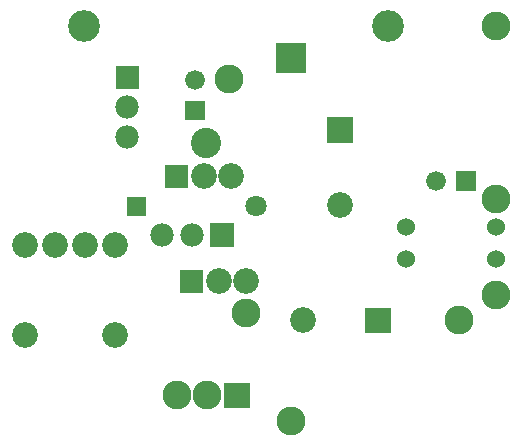
<source format=gts>
G04 start of page 11 for group -4063 idx -4063 *
G04 Title: (unknown), componentmask *
G04 Creator: pcb-gtk 20140316 *
G04 CreationDate: Tue 27 Oct 2015 07:07:31 AM GMT UTC *
G04 For: janik *
G04 Format: Gerber/RS-274X *
G04 PCB-Dimensions (mm): 45.72 38.10 *
G04 PCB-Coordinate-Origin: lower left *
%MOMM*%
%FSLAX43Y43*%
%LNGTS*%
%ADD163C,2.692*%
%ADD162C,1.803*%
%ADD161C,2.184*%
%ADD160C,1.524*%
%ADD159C,2.565*%
%ADD158C,2.438*%
%ADD157C,1.981*%
%ADD156C,1.676*%
%ADD155C,0.002*%
G54D155*G36*
X16180Y29286D02*Y27610D01*
X17856D01*
Y29286D01*
X16180D01*
G37*
G54D156*X17018Y30988D03*
G54D155*G36*
X10312Y32233D02*Y30251D01*
X12294D01*
Y32233D01*
X10312D01*
G37*
G54D157*X11303Y28702D03*
Y26162D03*
G54D158*X19939Y31115D03*
G54D155*G36*
X23866Y34157D02*Y31591D01*
X26431D01*
Y34157D01*
X23866D01*
G37*
G54D159*X17964Y25690D03*
G54D158*X42545Y12827D03*
Y20955D03*
G54D160*X34925Y18542D03*
X42545D03*
X34925Y15875D03*
X42545D03*
G54D158*Y35560D03*
G54D155*G36*
X39167Y23317D02*Y21641D01*
X40843D01*
Y23317D01*
X39167D01*
G37*
G54D156*X37465Y22479D03*
G54D155*G36*
X28245Y27889D02*Y25705D01*
X30429D01*
Y27889D01*
X28245D01*
G37*
G54D161*X29337Y20447D03*
G54D158*X39370Y10668D03*
G54D155*G36*
X31420Y11760D02*Y9576D01*
X33604D01*
Y11760D01*
X31420D01*
G37*
G36*
X19482Y5410D02*Y3226D01*
X21666D01*
Y5410D01*
X19482D01*
G37*
G54D158*X18034Y4318D03*
X15494D03*
X25146Y2159D03*
G54D161*X26162Y10668D03*
X10287Y9398D03*
X2667D03*
G54D158*X21336Y11303D03*
G54D155*G36*
X14529Y23825D02*Y21895D01*
X16459D01*
Y23825D01*
X14529D01*
G37*
G54D157*X16764Y17907D03*
X14224D03*
G54D161*X17780Y22860D03*
X20066D03*
X10287Y17018D03*
X7747D03*
X5207D03*
X2667D03*
G54D155*G36*
X15799Y14935D02*Y13005D01*
X17729D01*
Y14935D01*
X15799D01*
G37*
G54D161*X19050Y13970D03*
X21336D03*
G54D155*G36*
X18313Y18898D02*Y16916D01*
X20295D01*
Y18898D01*
X18313D01*
G37*
G36*
X11290Y21095D02*Y19545D01*
X12840D01*
Y21095D01*
X11290D01*
G37*
G54D162*X22225Y20320D03*
G54D163*X7620Y35560D03*
X33401D03*
M02*

</source>
